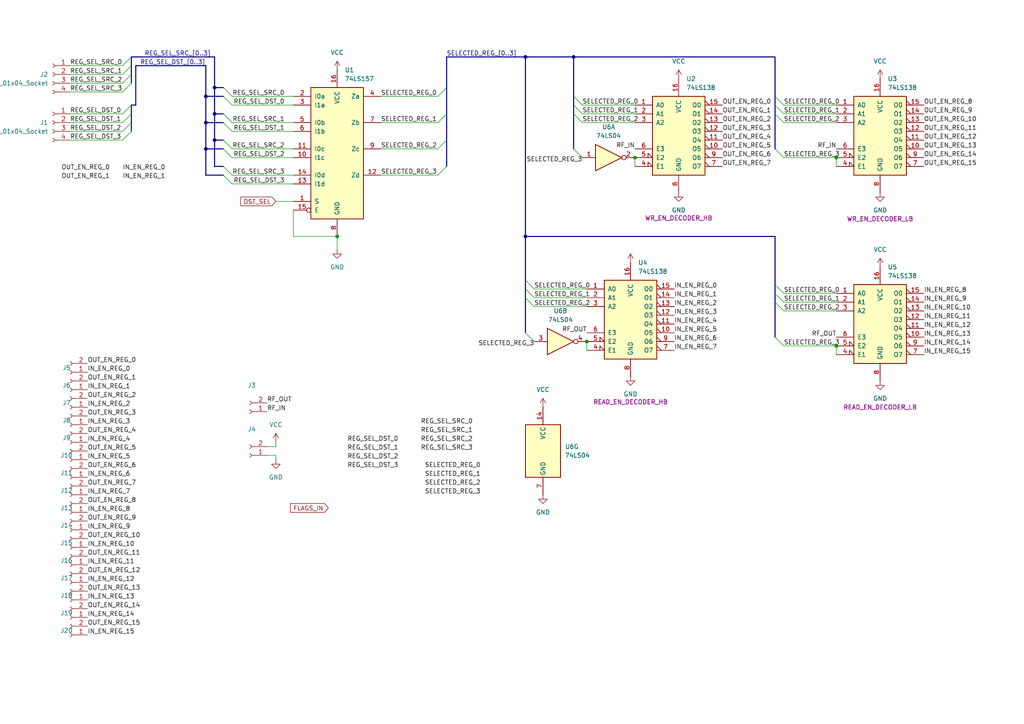
<source format=kicad_sch>
(kicad_sch (version 20231120) (generator "eeschema") (generator_version "8.0")
  (paper "A4")
  (lib_symbols
    (symbol "74xx:74LS04"
      (property "Reference" "U" (at 0 1.27 0))
      (property "Value" "74LS04" (at 0 -1.27 0))
      (symbol "74LS04_1_0"
        (polyline (pts (xy -3.81 3.81) (xy -3.81 -3.81) (xy 3.81 0) (xy -3.81 3.81)) (stroke (width 0.254)) (fill (type background)))
        (pin input line (at -7.62 0 0) (length 3.81) (name "~") (number "1"))
        (pin output inverted (at 7.62 0 180) (length 3.81) (name "~") (number "2"))
      )
      (symbol "74LS04_2_0"
        (polyline (pts (xy -3.81 3.81) (xy -3.81 -3.81) (xy 3.81 0) (xy -3.81 3.81)) (stroke (width 0.254)) (fill (type background)))
        (pin input line (at -7.62 0 0) (length 3.81) (name "~") (number "3"))
        (pin output inverted (at 7.62 0 180) (length 3.81) (name "~") (number "4"))
      )
      (symbol "74LS04_3_0"
        (polyline (pts (xy -3.81 3.81) (xy -3.81 -3.81) (xy 3.81 0) (xy -3.81 3.81)) (stroke (width 0.254)) (fill (type background)))
        (pin input line (at -7.62 0 0) (length 3.81) (name "~") (number "5"))
        (pin output inverted (at 7.62 0 180) (length 3.81) (name "~") (number "6"))
      )
      (symbol "74LS04_4_0"
        (polyline (pts (xy -3.81 3.81) (xy -3.81 -3.81) (xy 3.81 0) (xy -3.81 3.81)) (stroke (width 0.254)) (fill (type background)))
        (pin output inverted (at 7.62 0 180) (length 3.81) (name "~") (number "8"))
        (pin input line (at -7.62 0 0) (length 3.81) (name "~") (number "9"))
      )
      (symbol "74LS04_5_0"
        (polyline (pts (xy -3.81 3.81) (xy -3.81 -3.81) (xy 3.81 0) (xy -3.81 3.81)) (stroke (width 0.254)) (fill (type background)))
        (pin output inverted (at 7.62 0 180) (length 3.81) (name "~") (number "10"))
        (pin input line (at -7.62 0 0) (length 3.81) (name "~") (number "11"))
      )
      (symbol "74LS04_6_0"
        (polyline (pts (xy -3.81 3.81) (xy -3.81 -3.81) (xy 3.81 0) (xy -3.81 3.81)) (stroke (width 0.254)) (fill (type background)))
        (pin output inverted (at 7.62 0 180) (length 3.81) (name "~") (number "12"))
        (pin input line (at -7.62 0 0) (length 3.81) (name "~") (number "13"))
      )
      (symbol "74LS04_7_0"
        (pin power_in line (at 0 12.7 270) (length 5.08) (name "VCC") (number "14"))
        (pin power_in line (at 0 -12.7 90) (length 5.08) (name "GND") (number "7"))
      )
      (symbol "74LS04_7_1"
        (rectangle (start -5.08 7.62) (end 5.08 -7.62) (stroke (width 0.254)) (fill (type background)))
      )
    )
    (symbol "74xx:74LS138" (pin_names (offset 1.016))
      (property "Reference" "U" (at -7.62 11.43 0))
      (property "Value" "74LS138" (at -7.62 -13.97 0))
      (symbol "74LS138_1_0"
        (pin input line (at -12.7 7.62 0) (length 5.08) (name "A0") (number "1"))
        (pin output output_low (at 12.7 -5.08 180) (length 5.08) (name "O5") (number "10"))
        (pin output output_low (at 12.7 -2.54 180) (length 5.08) (name "O4") (number "11"))
        (pin output output_low (at 12.7 0 180) (length 5.08) (name "O3") (number "12"))
        (pin output output_low (at 12.7 2.54 180) (length 5.08) (name "O2") (number "13"))
        (pin output output_low (at 12.7 5.08 180) (length 5.08) (name "O1") (number "14"))
        (pin output output_low (at 12.7 7.62 180) (length 5.08) (name "O0") (number "15"))
        (pin power_in line (at 0 15.24 270) (length 5.08) (name "VCC") (number "16"))
        (pin input line (at -12.7 5.08 0) (length 5.08) (name "A1") (number "2"))
        (pin input line (at -12.7 2.54 0) (length 5.08) (name "A2") (number "3"))
        (pin input input_low (at -12.7 -10.16 0) (length 5.08) (name "E1") (number "4"))
        (pin input input_low (at -12.7 -7.62 0) (length 5.08) (name "E2") (number "5"))
        (pin input line (at -12.7 -5.08 0) (length 5.08) (name "E3") (number "6"))
        (pin output output_low (at 12.7 -10.16 180) (length 5.08) (name "O7") (number "7"))
        (pin power_in line (at 0 -17.78 90) (length 5.08) (name "GND") (number "8"))
        (pin output output_low (at 12.7 -7.62 180) (length 5.08) (name "O6") (number "9"))
      )
      (symbol "74LS138_1_1"
        (rectangle (start -7.62 10.16) (end 7.62 -12.7) (stroke (width 0.254)) (fill (type background)))
      )
    )
    (symbol "74xx:74LS157" (pin_names (offset 1.016))
      (property "Reference" "U" (at -7.62 19.05 0))
      (property "Value" "74LS157" (at -7.62 -21.59 0))
      (symbol "74LS157_1_0"
        (pin input line (at -12.7 -15.24 0) (length 5.08) (name "S") (number "1"))
        (pin input line (at -12.7 -2.54 0) (length 5.08) (name "I1c") (number "10"))
        (pin input line (at -12.7 0 0) (length 5.08) (name "I0c") (number "11"))
        (pin output line (at 12.7 -7.62 180) (length 5.08) (name "Zd") (number "12"))
        (pin input line (at -12.7 -10.16 0) (length 5.08) (name "I1d") (number "13"))
        (pin input line (at -12.7 -7.62 0) (length 5.08) (name "I0d") (number "14"))
        (pin input inverted (at -12.7 -17.78 0) (length 5.08) (name "E") (number "15"))
        (pin power_in line (at 0 22.86 270) (length 5.08) (name "VCC") (number "16"))
        (pin input line (at -12.7 15.24 0) (length 5.08) (name "I0a") (number "2"))
        (pin input line (at -12.7 12.7 0) (length 5.08) (name "I1a") (number "3"))
        (pin output line (at 12.7 15.24 180) (length 5.08) (name "Za") (number "4"))
        (pin input line (at -12.7 7.62 0) (length 5.08) (name "I0b") (number "5"))
        (pin input line (at -12.7 5.08 0) (length 5.08) (name "I1b") (number "6"))
        (pin output line (at 12.7 7.62 180) (length 5.08) (name "Zb") (number "7"))
        (pin power_in line (at 0 -25.4 90) (length 5.08) (name "GND") (number "8"))
        (pin output line (at 12.7 0 180) (length 5.08) (name "Zc") (number "9"))
      )
      (symbol "74LS157_1_1"
        (rectangle (start -7.62 17.78) (end 7.62 -20.32) (stroke (width 0.254)) (fill (type background)))
      )
    )
    (symbol "Connector:Conn_01x02_Socket" (pin_names (offset 1.016) hide)
      (property "Reference" "J" (at 0 2.54 0))
      (property "Value" "Conn_01x02_Socket" (at 0 -5.08 0))
      (symbol "Conn_01x02_Socket_1_1"
        (arc (start 0 -2.032) (mid -0.5058 -2.54) (end 0 -3.048) (stroke (width 0.1524)))
        (polyline (pts (xy -1.27 -2.54) (xy -0.508 -2.54)) (stroke (width 0.1524)))
        (polyline (pts (xy -1.27 0) (xy -0.508 0)) (stroke (width 0.1524)))
        (arc (start 0 0.508) (mid -0.5058 0) (end 0 -0.508) (stroke (width 0.1524)))
        (pin passive line (at -5.08 0 0) (length 3.81) (name "Pin_1") (number "1"))
        (pin passive line (at -5.08 -2.54 0) (length 3.81) (name "Pin_2") (number "2"))
      )
    )
    (symbol "Connector:Conn_01x04_Socket" (pin_names (offset 1.016) hide)
      (property "Reference" "J" (at 0 5.08 0))
      (property "Value" "Conn_01x04_Socket" (at 0 -7.62 0))
      (symbol "Conn_01x04_Socket_1_1"
        (arc (start 0 -4.572) (mid -0.5058 -5.08) (end 0 -5.588) (stroke (width 0.1524)))
        (arc (start 0 -2.032) (mid -0.5058 -2.54) (end 0 -3.048) (stroke (width 0.1524)))
        (polyline (pts (xy -1.27 -5.08) (xy -0.508 -5.08)) (stroke (width 0.1524)))
        (polyline (pts (xy -1.27 -2.54) (xy -0.508 -2.54)) (stroke (width 0.1524)))
        (polyline (pts (xy -1.27 0) (xy -0.508 0)) (stroke (width 0.1524)))
        (polyline (pts (xy -1.27 2.54) (xy -0.508 2.54)) (stroke (width 0.1524)))
        (arc (start 0 0.508) (mid -0.5058 0) (end 0 -0.508) (stroke (width 0.1524)))
        (arc (start 0 3.048) (mid -0.5058 2.54) (end 0 2.032) (stroke (width 0.1524)))
        (pin passive line (at -5.08 2.54 0) (length 3.81) (name "Pin_1") (number "1"))
        (pin passive line (at -5.08 0 0) (length 3.81) (name "Pin_2") (number "2"))
        (pin passive line (at -5.08 -2.54 0) (length 3.81) (name "Pin_3") (number "3"))
        (pin passive line (at -5.08 -5.08 0) (length 3.81) (name "Pin_4") (number "4"))
      )
    )
    (symbol "power:GND" (power) (pin_numbers hide) (pin_names (offset 0) hide)
      (property "Value" "GND" (at 0 -3.81 0))
      (symbol "GND_0_1"
        (polyline (pts (xy 0 0) (xy 0 -1.27) (xy 1.27 -1.27) (xy 0 -2.54) (xy -1.27 -1.27) (xy 0 -1.27)))
      )
      (symbol "GND_1_1"
        (pin power_in line (at 0 0 270) (length 0) (name "~") (number "1"))
      )
    )
    (symbol "power:VCC" (power) (pin_numbers hide) (pin_names (offset 0) hide)
      (property "Value" "VCC" (at 0 3.556 0))
      (symbol "VCC_0_1"
        (polyline (pts (xy -0.762 1.27) (xy 0 2.54)))
        (polyline (pts (xy 0 0) (xy 0 2.54)))
        (polyline (pts (xy 0 2.54) (xy 0.762 1.27)))
      )
      (symbol "VCC_1_1"
        (pin power_in line (at 0 0 90) (length 0) (name "~") (number "1"))
      )
    )
  )
  (junction (at 242.57 100.33))
  (junction (at 62.23 40.64))
  (junction (at 242.57 45.72))
  (junction (at 59.69 35.56))
  (junction (at 59.69 43.18))
  (junction (at 166.37 16.51))
  (junction (at 170.18 99.06))
  (junction (at 152.4 68.58))
  (junction (at 59.69 27.94))
  (junction (at 62.23 33.02))
  (junction (at 97.79 68.58))
  (junction (at 184.15 45.72))
  (junction (at 62.23 25.4))
  (junction (at 152.4 16.51))
  (bus_entry (at 35.56 19.05) (size 2.54 -2.54))
  (bus_entry (at 67.31 50.8) (size -2.54 -2.54))
  (bus_entry (at 152.4 81.28) (size 2.54 2.54))
  (bus_entry (at 166.37 43.18) (size 2.54 2.54))
  (bus_entry (at 67.31 53.34) (size -2.54 -2.54))
  (bus_entry (at 224.79 30.48) (size 2.54 2.54))
  (bus_entry (at 224.79 33.02) (size 2.54 2.54))
  (bus_entry (at 35.56 26.67) (size 2.54 -2.54))
  (bus_entry (at 35.56 40.64) (size 2.54 -2.54))
  (bus_entry (at 224.79 87.63) (size 2.54 2.54))
  (bus_entry (at 35.56 21.59) (size 2.54 -2.54))
  (bus_entry (at 152.4 83.82) (size 2.54 2.54))
  (bus_entry (at 35.56 24.13) (size 2.54 -2.54))
  (bus_entry (at 127 35.56) (size 2.54 -2.54))
  (bus_entry (at 67.31 35.56) (size -2.54 -2.54))
  (bus_entry (at 35.56 35.56) (size 2.54 -2.54))
  (bus_entry (at 224.79 85.09) (size 2.54 2.54))
  (bus_entry (at 67.31 43.18) (size -2.54 -2.54))
  (bus_entry (at 224.79 27.94) (size 2.54 2.54))
  (bus_entry (at 127 27.94) (size 2.54 -2.54))
  (bus_entry (at 166.37 33.02) (size 2.54 2.54))
  (bus_entry (at 152.4 86.36) (size 2.54 2.54))
  (bus_entry (at 67.31 27.94) (size -2.54 -2.54))
  (bus_entry (at 35.56 38.1) (size 2.54 -2.54))
  (bus_entry (at 166.37 30.48) (size 2.54 2.54))
  (bus_entry (at 152.4 96.52) (size 2.54 2.54))
  (bus_entry (at 224.79 97.79) (size 2.54 2.54))
  (bus_entry (at 35.56 33.02) (size 2.54 -2.54))
  (bus_entry (at 224.79 43.18) (size 2.54 2.54))
  (bus_entry (at 166.37 27.94) (size 2.54 2.54))
  (bus_entry (at 224.79 82.55) (size 2.54 2.54))
  (bus_entry (at 67.31 38.1) (size -2.54 -2.54))
  (bus_entry (at 127 43.18) (size 2.54 -2.54))
  (bus_entry (at 67.31 45.72) (size -2.54 -2.54))
  (bus_entry (at 67.31 30.48) (size -2.54 -2.54))
  (bus_entry (at 127 50.8) (size 2.54 -2.54))
  (bus (pts (xy 38.1 19.05) (xy 38.1 16.51)))
  (wire (pts (xy 77.47 132.08) (xy 80.01 132.08)))
  (bus (pts (xy 152.4 81.28) (xy 152.4 83.82)))
  (wire (pts (xy 67.31 30.48) (xy 85.09 30.48)))
  (wire (pts (xy 20.32 26.67) (xy 35.56 26.67)))
  (bus (pts (xy 59.69 43.18) (xy 59.69 50.8)))
  (wire (pts (xy 77.47 129.54) (xy 80.01 129.54)))
  (wire (pts (xy 67.31 38.1) (xy 85.09 38.1)))
  (wire (pts (xy 20.32 21.59) (xy 35.56 21.59)))
  (wire (pts (xy 20.32 33.02) (xy 35.56 33.02)))
  (bus (pts (xy 62.23 48.26) (xy 64.77 48.26)))
  (bus (pts (xy 38.1 33.02) (xy 38.1 35.56)))
  (wire (pts (xy 67.31 27.94) (xy 85.09 27.94)))
  (wire (pts (xy 170.18 99.06) (xy 170.18 101.6)))
  (bus (pts (xy 39.37 19.05) (xy 59.69 19.05)))
  (wire (pts (xy 20.32 24.13) (xy 35.56 24.13)))
  (wire (pts (xy 67.31 45.72) (xy 85.09 45.72)))
  (bus (pts (xy 152.4 83.82) (xy 152.4 86.36)))
  (bus (pts (xy 152.4 68.58) (xy 152.4 81.28)))
  (bus (pts (xy 62.23 25.4) (xy 64.77 25.4)))
  (bus (pts (xy 224.79 33.02) (xy 224.79 43.18)))
  (bus (pts (xy 166.37 27.94) (xy 166.37 30.48)))
  (wire (pts (xy 80.01 132.08) (xy 80.01 133.35)))
  (wire (pts (xy 67.31 50.8) (xy 85.09 50.8)))
  (wire (pts (xy 227.33 30.48) (xy 242.57 30.48)))
  (bus (pts (xy 129.54 16.51) (xy 152.4 16.51)))
  (bus (pts (xy 129.54 33.02) (xy 129.54 25.4)))
  (bus (pts (xy 59.69 27.94) (xy 59.69 35.56)))
  (bus (pts (xy 224.79 87.63) (xy 224.79 97.79)))
  (bus (pts (xy 38.1 35.56) (xy 38.1 38.1)))
  (wire (pts (xy 110.49 43.18) (xy 127 43.18)))
  (wire (pts (xy 227.33 33.02) (xy 242.57 33.02)))
  (wire (pts (xy 227.33 85.09) (xy 242.57 85.09)))
  (wire (pts (xy 227.33 90.17) (xy 242.57 90.17)))
  (bus (pts (xy 62.23 16.51) (xy 62.23 25.4)))
  (wire (pts (xy 168.91 30.48) (xy 184.15 30.48)))
  (wire (pts (xy 97.79 68.58) (xy 85.09 68.58)))
  (bus (pts (xy 224.79 68.58) (xy 224.79 82.55)))
  (wire (pts (xy 110.49 35.56) (xy 127 35.56)))
  (wire (pts (xy 85.09 60.96) (xy 85.09 68.58)))
  (bus (pts (xy 38.1 16.51) (xy 62.23 16.51)))
  (bus (pts (xy 152.4 86.36) (xy 152.4 96.52)))
  (bus (pts (xy 152.4 16.51) (xy 166.37 16.51)))
  (bus (pts (xy 166.37 16.51) (xy 224.79 16.51)))
  (wire (pts (xy 80.01 129.54) (xy 80.01 128.27)))
  (bus (pts (xy 38.1 30.48) (xy 38.1 33.02)))
  (wire (pts (xy 20.32 19.05) (xy 35.56 19.05)))
  (bus (pts (xy 129.54 25.4) (xy 129.54 16.51)))
  (wire (pts (xy 20.32 40.64) (xy 35.56 40.64)))
  (bus (pts (xy 129.54 48.26) (xy 129.54 40.64)))
  (wire (pts (xy 154.94 86.36) (xy 170.18 86.36)))
  (bus (pts (xy 38.1 21.59) (xy 38.1 19.05)))
  (wire (pts (xy 67.31 43.18) (xy 85.09 43.18)))
  (bus (pts (xy 224.79 16.51) (xy 224.79 27.94)))
  (wire (pts (xy 80.01 58.42) (xy 85.09 58.42)))
  (wire (pts (xy 97.79 72.39) (xy 97.79 68.58)))
  (wire (pts (xy 227.33 87.63) (xy 242.57 87.63)))
  (wire (pts (xy 20.32 38.1) (xy 35.56 38.1)))
  (bus (pts (xy 152.4 68.58) (xy 224.79 68.58)))
  (bus (pts (xy 224.79 27.94) (xy 224.79 30.48)))
  (bus (pts (xy 59.69 35.56) (xy 59.69 43.18)))
  (bus (pts (xy 224.79 85.09) (xy 224.79 87.63)))
  (wire (pts (xy 110.49 27.94) (xy 127 27.94)))
  (bus (pts (xy 38.1 24.13) (xy 38.1 21.59)))
  (bus (pts (xy 224.79 30.48) (xy 224.79 33.02)))
  (wire (pts (xy 20.32 35.56) (xy 35.56 35.56)))
  (bus (pts (xy 166.37 30.48) (xy 166.37 33.02)))
  (wire (pts (xy 242.57 45.72) (xy 242.57 48.26)))
  (bus (pts (xy 62.23 40.64) (xy 62.23 48.26)))
  (bus (pts (xy 59.69 35.56) (xy 64.77 35.56)))
  (bus (pts (xy 39.37 19.05) (xy 39.37 30.48)))
  (bus (pts (xy 39.37 30.48) (xy 38.1 30.48)))
  (bus (pts (xy 59.69 50.8) (xy 64.77 50.8)))
  (wire (pts (xy 168.91 35.56) (xy 184.15 35.56)))
  (bus (pts (xy 59.69 19.05) (xy 59.69 27.94)))
  (wire (pts (xy 227.33 35.56) (xy 242.57 35.56)))
  (bus (pts (xy 152.4 16.51) (xy 152.4 68.58)))
  (bus (pts (xy 166.37 16.51) (xy 166.37 27.94)))
  (wire (pts (xy 168.91 33.02) (xy 184.15 33.02)))
  (wire (pts (xy 242.57 100.33) (xy 242.57 102.87)))
  (bus (pts (xy 166.37 33.02) (xy 166.37 43.18)))
  (wire (pts (xy 184.15 45.72) (xy 184.15 48.26)))
  (bus (pts (xy 62.23 33.02) (xy 64.77 33.02)))
  (bus (pts (xy 62.23 33.02) (xy 62.23 40.64)))
  (wire (pts (xy 227.33 45.72) (xy 242.57 45.72)))
  (bus (pts (xy 59.69 27.94) (xy 64.77 27.94)))
  (wire (pts (xy 110.49 50.8) (xy 127 50.8)))
  (wire (pts (xy 154.94 88.9) (xy 170.18 88.9)))
  (bus (pts (xy 62.23 25.4) (xy 62.23 33.02)))
  (wire (pts (xy 154.94 83.82) (xy 170.18 83.82)))
  (wire (pts (xy 67.31 53.34) (xy 85.09 53.34)))
  (wire (pts (xy 67.31 35.56) (xy 85.09 35.56)))
  (bus (pts (xy 129.54 40.64) (xy 129.54 33.02)))
  (bus (pts (xy 62.23 40.64) (xy 64.77 40.64)))
  (wire (pts (xy 227.33 100.33) (xy 242.57 100.33)))
  (bus (pts (xy 59.69 43.18) (xy 64.77 43.18)))
  (bus (pts (xy 224.79 82.55) (xy 224.79 85.09)))
  (label "IN_EN_REG_7" (at 195.58 101.6 0))
  (label "REG_SEL_DST_[0..3]" (at 40.64 19.05 0))
  (label "OUT_EN_REG_2" (at 25.4 115.57 0))
  (label "IN_EN_REG_0" (at 195.58 83.82 0))
  (label "OUT_EN_REG_1" (at 17.78 52.07 0))
  (label "REG_SEL_SRC_2" (at 20.32 24.13 0))
  (label "OUT_EN_REG_8" (at 267.97 30.48 0))
  (label "REG_SEL_DST_1" (at 115.57 130.81 180))
  (label "SELECTED_REG_3" (at 227.33 100.33 0))
  (label "REG_SEL_DST_1" (at 20.32 35.56 0))
  (label "REG_SEL_DST_3" (at 115.57 135.89 180))
  (label "OUT_EN_REG_1" (at 209.55 33.02 0))
  (label "IN_EN_REG_6" (at 25.4 138.43 0))
  (label "IN_EN_REG_2" (at 195.58 88.9 0))
  (label "IN_EN_REG_2" (at 25.4 118.11 0))
  (label "OUT_EN_REG_14" (at 25.4 176.53 0))
  (label "OUT_EN_REG_12" (at 267.97 40.64 0))
  (label "SELECTED_REG_1" (at 154.94 86.36 0))
  (label "RF_IN" (at 77.47 119.38 0))
  (label "SELECTED_REG_3" (at 123.19 143.51 0))
  (label "IN_EN_REG_3" (at 195.58 91.44 0))
  (label "OUT_EN_REG_11" (at 267.97 38.1 0))
  (label "OUT_EN_REG_10" (at 267.97 35.56 0))
  (label "RF_OUT" (at 170.18 96.52 180))
  (label "OUT_EN_REG_2" (at 209.55 35.56 0))
  (label "SELECTED_REG_0" (at 227.33 85.09 0))
  (label "REG_SEL_SRC_[0..3]" (at 41.91 16.51 0))
  (label "OUT_EN_REG_3" (at 25.4 120.65 0))
  (label "OUT_EN_REG_11" (at 25.4 161.29 0))
  (label "OUT_EN_REG_10" (at 25.4 156.21 0))
  (label "OUT_EN_REG_15" (at 25.4 181.61 0))
  (label "SELECTED_REG_2" (at 227.33 35.56 0))
  (label "OUT_EN_REG_9" (at 25.4 151.13 0))
  (label "IN_EN_REG_14" (at 267.97 100.33 0))
  (label "IN_EN_REG_9" (at 25.4 153.67 0))
  (label "IN_EN_REG_3" (at 25.4 123.19 0))
  (label "REG_SEL_SRC_3" (at 137.16 130.81 180))
  (label "SELECTED_REG_2" (at 168.91 35.56 0))
  (label "REG_SEL_SRC_3" (at 20.32 26.67 0))
  (label "RF_IN" (at 242.57 43.18 180))
  (label "OUT_EN_REG_15" (at 267.97 48.26 0))
  (label "REG_SEL_SRC_0" (at 20.32 19.05 0))
  (label "REG_SEL_DST_2" (at 115.57 133.35 180))
  (label "OUT_EN_REG_0" (at 209.55 30.48 0))
  (label "IN_EN_REG_5" (at 195.58 96.52 0))
  (label "IN_EN_REG_0" (at 25.4 107.95 0))
  (label "IN_EN_REG_12" (at 267.97 95.25 0))
  (label "IN_EN_REG_9" (at 267.97 87.63 0))
  (label "OUT_EN_REG_3" (at 209.55 38.1 0))
  (label "SELECTED_REG_0" (at 168.91 30.48 0))
  (label "IN_EN_REG_0" (at 35.56 49.53 0))
  (label "IN_EN_REG_1" (at 195.58 86.36 0))
  (label "SELECTED_REG_1" (at 168.91 33.02 0))
  (label "SELECTED_REG_0" (at 227.33 30.48 0))
  (label "OUT_EN_REG_0" (at 25.4 105.41 0))
  (label "OUT_EN_REG_1" (at 25.4 110.49 0))
  (label "RF_IN" (at 184.15 43.18 180))
  (label "SELECTED_REG_2" (at 227.33 90.17 0))
  (label "REG_SEL_SRC_0" (at 137.16 123.19 180))
  (label "REG_SEL_DST_0" (at 20.32 33.02 0))
  (label "SELECTED_REG_0" (at 123.19 135.89 0))
  (label "REG_SEL_DST_3" (at 20.32 40.64 0))
  (label "SELECTED_REG_3" (at 168.91 45.72 180))
  (label "IN_EN_REG_11" (at 267.97 92.71 0))
  (label "IN_EN_REG_14" (at 25.4 179.07 0))
  (label "SELECTED_REG_2" (at 110.49 43.18 0))
  (label "OUT_EN_REG_5" (at 209.55 43.18 0))
  (label "OUT_EN_REG_5" (at 25.4 130.81 0))
  (label "IN_EN_REG_11" (at 25.4 163.83 0))
  (label "IN_EN_REG_10" (at 25.4 158.75 0))
  (label "REG_SEL_SRC_0" (at 82.55 27.94 180))
  (label "SELECTED_REG_2" (at 154.94 88.9 0))
  (label "SELECTED_REG_1" (at 227.33 33.02 0))
  (label "RF_OUT" (at 242.57 97.79 180))
  (label "OUT_EN_REG_14" (at 267.97 45.72 0))
  (label "REG_SEL_SRC_2" (at 82.55 43.18 180))
  (label "REG_SEL_SRC_3" (at 82.55 50.8 180))
  (label "REG_SEL_SRC_2" (at 137.16 128.27 180))
  (label "IN_EN_REG_4" (at 25.4 128.27 0))
  (label "REG_SEL_DST_0" (at 82.55 30.48 180))
  (label "SELECTED_REG_1" (at 123.19 138.43 0))
  (label "IN_EN_REG_1" (at 25.4 113.03 0))
  (label "IN_EN_REG_5" (at 25.4 133.35 0))
  (label "OUT_EN_REG_7" (at 209.55 48.26 0))
  (label "SELECTED_REG_1" (at 110.49 35.56 0))
  (label "IN_EN_REG_13" (at 25.4 173.99 0))
  (label "REG_SEL_SRC_1" (at 20.32 21.59 0))
  (label "IN_EN_REG_6" (at 195.58 99.06 0))
  (label "REG_SEL_DST_2" (at 82.55 45.72 180))
  (label "IN_EN_REG_12" (at 25.4 168.91 0))
  (label "OUT_EN_REG_6" (at 25.4 135.89 0))
  (label "IN_EN_REG_10" (at 267.97 90.17 0))
  (label "REG_SEL_SRC_1" (at 137.16 125.73 180))
  (label "REG_SEL_DST_0" (at 115.57 128.27 180))
  (label "REG_SEL_DST_3" (at 82.55 53.34 180))
  (label "SELECTED_REG_2" (at 123.19 140.97 0))
  (label "SELECTED_REG_3" (at 227.33 45.72 0))
  (label "IN_EN_REG_8" (at 25.4 148.59 0))
  (label "OUT_EN_REG_12" (at 25.4 166.37 0))
  (label "OUT_EN_REG_7" (at 25.4 140.97 0))
  (label "REG_SEL_SRC_1" (at 82.55 35.56 180))
  (label "IN_EN_REG_1" (at 35.56 52.07 0))
  (label "OUT_EN_REG_13" (at 267.97 43.18 0))
  (label "IN_EN_REG_15" (at 25.4 184.15 0))
  (label "SELECTED_REG_3" (at 110.49 50.8 0))
  (label "IN_EN_REG_4" (at 195.58 93.98 0))
  (label "IN_EN_REG_7" (at 25.4 143.51 0))
  (label "OUT_EN_REG_0" (at 17.78 49.53 0))
  (label "SELECTED_REG_0" (at 110.49 27.94 0))
  (label "OUT_EN_REG_4" (at 209.55 40.64 0))
  (label "OUT_EN_REG_8" (at 25.4 146.05 0))
  (label "SELECTED_REG_1" (at 227.33 87.63 0))
  (label "IN_EN_REG_8" (at 267.97 85.09 0))
  (label "SELECTED_REG_0" (at 154.94 83.82 0))
  (label "SELECTED_REG_[0..3]" (at 129.54 16.51 0))
  (label "REG_SEL_DST_1" (at 82.55 38.1 180))
  (label "RF_OUT" (at 77.47 116.84 0))
  (label "OUT_EN_REG_4" (at 25.4 125.73 0))
  (label "OUT_EN_REG_9" (at 267.97 33.02 0))
  (label "OUT_EN_REG_13" (at 25.4 171.45 0))
  (label "OUT_EN_REG_6" (at 209.55 45.72 0))
  (label "IN_EN_REG_13" (at 267.97 97.79 0))
  (label "REG_SEL_DST_2" (at 20.32 38.1 0))
  (label "IN_EN_REG_15" (at 267.97 102.87 0))
  (label "SELECTED_REG_3" (at 154.94 99.06 180))
  (global_label "FLAGS_IN" (shape input) (at 95.25 147.32 180) (property "Intersheetrefs" "${INTERSHEET_REFS}" (effects (hide yes))))
  (global_label "DST_SEL" (shape input) (at 80.01 58.42 180) (property "Intersheetrefs" "${INTERSHEET_REFS}" (effects (hide yes))))
  (symbol (lib_id "Connector:Conn_01x02_Socket") (at 72.39 119.38 180) (unit 1)
    (property "Reference" "J3" (at 73.025 111.76 0))
    (property "Value" "Conn_01x02_Socket" (effects (hide yes)))
    (property "Footprint" "Connector_JST:JST_XH_S2B-XH-A_1x02_P2.50mm_Horizontal" (effects (hide yes)))
    (property "Description" "Generic connector, single row, 01x02, script generated" (effects (hide yes)))
  )
  (symbol (lib_id "Connector:Conn_01x02_Socket") (at 20.32 107.95 180) (unit 1)
    (property "Reference" "J5" (at 19.304 106.68 0))
    (property "Value" "Conn_01x02_Socket" (effects (hide yes)))
    (property "Footprint" "Connector_JST:JST_XH_S2B-XH-A_1x02_P2.50mm_Horizontal" (effects (hide yes)))
    (property "Description" "Generic connector, single row, 01x02, script generated" (effects (hide yes)))
  )
  (symbol (lib_id "power:GND") (at 255.27 55.88 0) (unit 1)
    (property "Reference" "#PWR05" (effects (hide yes)))
    (property "Value" "GND" (at 255.27 60.96 0))
    (property "Description" "Power symbol creates a global label with name \"GND\" , ground" (effects (hide yes)))
  )
  (symbol (lib_id "power:VCC") (at 182.88 76.2 0) (unit 1)
    (property "Reference" "#PWR07" (effects (hide yes)))
    (property "Value" "VCC" (effects (hide yes)))
    (property "Description" "Power symbol creates a global label with name \"VCC\"" (effects (hide yes)))
  )
  (symbol (lib_id "Connector:Conn_01x02_Socket") (at 20.32 158.75 180) (unit 1)
    (property "Reference" "J15" (at 19.304 157.48 0))
    (property "Value" "Conn_01x02_Socket" (effects (hide yes)))
    (property "Footprint" "Connector_JST:JST_XH_S2B-XH-A_1x02_P2.50mm_Horizontal" (effects (hide yes)))
    (property "Description" "Generic connector, single row, 01x02, script generated" (effects (hide yes)))
  )
  (symbol (lib_id "power:GND") (at 182.88 109.22 0) (unit 1)
    (property "Reference" "#PWR08" (effects (hide yes)))
    (property "Value" "GND" (at 182.88 114.3 0))
    (property "Description" "Power symbol creates a global label with name \"GND\" , ground" (effects (hide yes)))
  )
  (symbol (lib_id "74xx:74LS04") (at 176.53 45.72 0) (unit 1)
    (property "Reference" "U6" (at 176.53 36.83 0))
    (property "Value" "74LS04" (at 176.53 39.37 0))
    (property "Footprint" "Package_DIP:DIP-14_W7.62mm_Socket_LongPads" (effects (hide yes)))
    (property "Datasheet" "http://www.ti.com/lit/gpn/sn74LS04" (effects (hide yes)))
    (property "Description" "Hex Inverter" (effects (hide yes)))
  )
  (symbol (lib_id "power:GND") (at 255.27 110.49 0) (unit 1)
    (property "Reference" "#PWR012" (effects (hide yes)))
    (property "Value" "GND" (at 255.27 115.57 0))
    (property "Description" "Power symbol creates a global label with name \"GND\" , ground" (effects (hide yes)))
  )
  (symbol (lib_id "power:VCC") (at 196.85 22.86 0) (unit 1)
    (property "Reference" "#PWR09" (effects (hide yes)))
    (property "Value" "VCC" (at 196.85 17.78 0))
    (property "Description" "Power symbol creates a global label with name \"VCC\"" (effects (hide yes)))
  )
  (symbol (lib_id "power:GND") (at 157.48 143.51 0) (unit 1)
    (property "Reference" "#PWR014" (effects (hide yes)))
    (property "Value" "GND" (at 157.48 148.59 0))
    (property "Description" "Power symbol creates a global label with name \"GND\" , ground" (effects (hide yes)))
  )
  (symbol (lib_id "power:GND") (at 97.79 72.39 0) (unit 1)
    (property "Reference" "#PWR01" (effects (hide yes)))
    (property "Value" "GND" (at 97.79 77.47 0))
    (property "Description" "Power symbol creates a global label with name \"GND\" , ground" (effects (hide yes)))
  )
  (symbol (lib_id "Connector:Conn_01x02_Socket") (at 20.32 128.27 180) (unit 1)
    (property "Reference" "J9" (at 19.304 127 0))
    (property "Value" "Conn_01x02_Socket" (effects (hide yes)))
    (property "Footprint" "Connector_JST:JST_XH_S2B-XH-A_1x02_P2.50mm_Horizontal" (effects (hide yes)))
    (property "Description" "Generic connector, single row, 01x02, script generated" (effects (hide yes)))
  )
  (symbol (lib_id "Connector:Conn_01x02_Socket") (at 20.32 173.99 180) (unit 1)
    (property "Reference" "J18" (at 19.304 172.72 0))
    (property "Value" "Conn_01x02_Socket" (effects (hide yes)))
    (property "Footprint" "Connector_JST:JST_XH_S2B-XH-A_1x02_P2.50mm_Horizontal" (effects (hide yes)))
    (property "Description" "Generic connector, single row, 01x02, script generated" (effects (hide yes)))
  )
  (symbol (lib_id "74xx:74LS04") (at 157.48 130.81 0) (unit 7)
    (property "Reference" "U6" (at 163.83 129.5399 0) (effects (justify left)))
    (property "Value" "74LS04" (at 163.83 132.0799 0) (effects (justify left)))
    (property "Datasheet" "http://www.ti.com/lit/gpn/sn74LS04" (effects (hide yes)))
    (property "Description" "Hex Inverter" (effects (hide yes)))
  )
  (symbol (lib_id "Connector:Conn_01x02_Socket") (at 20.32 184.15 180) (unit 1)
    (property "Reference" "J20" (at 19.304 182.88 0))
    (property "Value" "Conn_01x02_Socket" (effects (hide yes)))
    (property "Footprint" "Connector_JST:JST_XH_S2B-XH-A_1x02_P2.50mm_Horizontal" (effects (hide yes)))
    (property "Description" "Generic connector, single row, 01x02, script generated" (effects (hide yes)))
  )
  (symbol (lib_id "74xx:74LS138") (at 255.27 38.1 0) (unit 1)
    (property "Reference" "U3" (at 257.4641 22.86 0) (effects (justify left)))
    (property "Value" "74LS138" (at 257.4641 25.4 0) (effects (justify left)))
    (property "Footprint" "Package_DIP:DIP-16_W7.62mm_Socket_LongPads" (effects (hide yes)))
    (property "Datasheet" "http://www.ti.com/lit/gpn/sn74LS138" (effects (hide yes)))
    (property "Description" "Decoder 3 to 8 active low outputs" (effects (hide yes)))
    (property "Note" "WR_EN_DECODER_LB" (at 255.27 63.5 0))
  )
  (symbol (lib_id "Connector:Conn_01x02_Socket") (at 20.32 113.03 180) (unit 1)
    (property "Reference" "J6" (at 19.304 111.76 0))
    (property "Value" "Conn_01x02_Socket" (effects (hide yes)))
    (property "Footprint" "Connector_JST:JST_XH_S2B-XH-A_1x02_P2.50mm_Horizontal" (effects (hide yes)))
    (property "Description" "Generic connector, single row, 01x02, script generated" (effects (hide yes)))
  )
  (symbol (lib_id "Connector:Conn_01x02_Socket") (at 20.32 133.35 180) (unit 1)
    (property "Reference" "J10" (at 19.304 132.08 0))
    (property "Value" "Conn_01x02_Socket" (effects (hide yes)))
    (property "Footprint" "Connector_JST:JST_XH_S2B-XH-A_1x02_P2.50mm_Horizontal" (effects (hide yes)))
    (property "Description" "Generic connector, single row, 01x02, script generated" (effects (hide yes)))
  )
  (symbol (lib_id "power:VCC") (at 97.79 20.32 0) (unit 1)
    (property "Reference" "#PWR03" (effects (hide yes)))
    (property "Value" "VCC" (at 97.79 15.24 0))
    (property "Description" "Power symbol creates a global label with name \"VCC\"" (effects (hide yes)))
  )
  (symbol (lib_id "power:VCC") (at 157.48 118.11 0) (unit 1)
    (property "Reference" "#PWR013" (effects (hide yes)))
    (property "Value" "VCC" (at 157.48 113.03 0))
    (property "Description" "Power symbol creates a global label with name \"VCC\"" (effects (hide yes)))
  )
  (symbol (lib_id "Connector:Conn_01x02_Socket") (at 20.32 123.19 180) (unit 1)
    (property "Reference" "J8" (at 19.304 121.92 0))
    (property "Value" "Conn_01x02_Socket" (effects (hide yes)))
    (property "Footprint" "Connector_JST:JST_XH_S2B-XH-A_1x02_P2.50mm_Horizontal" (effects (hide yes)))
    (property "Description" "Generic connector, single row, 01x02, script generated" (effects (hide yes)))
  )
  (symbol (lib_id "power:VCC") (at 255.27 22.86 0) (unit 1)
    (property "Reference" "#PWR010" (effects (hide yes)))
    (property "Value" "VCC" (at 255.27 17.78 0))
    (property "Description" "Power symbol creates a global label with name \"VCC\"" (effects (hide yes)))
  )
  (symbol (lib_id "74xx:74LS138") (at 255.27 92.71 0) (unit 1)
    (property "Reference" "U5" (at 257.4641 77.47 0) (effects (justify left)))
    (property "Value" "74LS138" (at 257.4641 80.01 0) (effects (justify left)))
    (property "Footprint" "Package_DIP:DIP-16_W7.62mm_Socket_LongPads" (effects (hide yes)))
    (property "Datasheet" "http://www.ti.com/lit/gpn/sn74LS138" (effects (hide yes)))
    (property "Description" "Decoder 3 to 8 active low outputs" (effects (hide yes)))
    (property "Note" "READ_EN_DECODER_LB" (at 255.27 118.11 0))
  )
  (symbol (lib_id "Connector:Conn_01x02_Socket") (at 20.32 179.07 180) (unit 1)
    (property "Reference" "J19" (at 19.304 177.8 0))
    (property "Value" "Conn_01x02_Socket" (effects (hide yes)))
    (property "Footprint" "Connector_JST:JST_XH_S2B-XH-A_1x02_P2.50mm_Horizontal" (effects (hide yes)))
    (property "Description" "Generic connector, single row, 01x02, script generated" (effects (hide yes)))
  )
  (symbol (lib_id "74xx:74LS138") (at 182.88 91.44 0) (unit 1)
    (property "Reference" "U4" (at 185.0741 76.2 0) (effects (justify left)))
    (property "Value" "74LS138" (at 185.0741 78.74 0) (effects (justify left)))
    (property "Footprint" "Package_DIP:DIP-16_W7.62mm_Socket_LongPads" (effects (hide yes)))
    (property "Datasheet" "http://www.ti.com/lit/gpn/sn74LS138" (effects (hide yes)))
    (property "Description" "Decoder 3 to 8 active low outputs" (effects (hide yes)))
    (property "Note" "READ_EN_DECODER_HB" (at 182.88 116.586 0))
  )
  (symbol (lib_id "Connector:Conn_01x02_Socket") (at 20.32 143.51 180) (unit 1)
    (property "Reference" "J12" (at 19.304 142.24 0))
    (property "Value" "Conn_01x02_Socket" (effects (hide yes)))
    (property "Footprint" "Connector_JST:JST_XH_S2B-XH-A_1x02_P2.50mm_Horizontal" (effects (hide yes)))
    (property "Description" "Generic connector, single row, 01x02, script generated" (effects (hide yes)))
  )
  (symbol (lib_id "74xx:74LS04") (at 162.56 99.06 0) (unit 2)
    (property "Reference" "U6" (at 162.56 90.17 0))
    (property "Value" "74LS04" (at 162.56 92.71 0))
    (property "Footprint" "Package_DIP:DIP-14_W7.62mm_Socket_LongPads" (effects (hide yes)))
    (property "Datasheet" "http://www.ti.com/lit/gpn/sn74LS04" (effects (hide yes)))
    (property "Description" "Hex Inverter" (effects (hide yes)))
  )
  (symbol (lib_id "Connector:Conn_01x02_Socket") (at 72.39 132.08 180) (unit 1)
    (property "Reference" "J4" (at 73.025 124.46 0))
    (property "Value" "Conn_01x02_Socket" (effects (hide yes)))
    (property "Footprint" "Connector_JST:JST_XH_S2B-XH-A_1x02_P2.50mm_Horizontal" (effects (hide yes)))
    (property "Description" "Generic connector, single row, 01x02, script generated" (effects (hide yes)))
  )
  (symbol (lib_id "74xx:74LS138") (at 196.85 38.1 0) (unit 1)
    (property "Reference" "U2" (at 199.0441 22.86 0) (effects (justify left)))
    (property "Value" "74LS138" (at 199.0441 25.4 0) (effects (justify left)))
    (property "Footprint" "Package_DIP:DIP-16_W7.62mm_Socket_LongPads" (effects (hide yes)))
    (property "Datasheet" "http://www.ti.com/lit/gpn/sn74LS138" (effects (hide yes)))
    (property "Description" "Decoder 3 to 8 active low outputs" (effects (hide yes)))
    (property "Note" "WR_EN_DECODER_HB" (at 196.85 63.246 0))
  )
  (symbol (lib_id "Connector:Conn_01x02_Socket") (at 20.32 163.83 180) (unit 1)
    (property "Reference" "J16" (at 19.304 162.56 0))
    (property "Value" "Conn_01x02_Socket" (effects (hide yes)))
    (property "Footprint" "Connector_JST:JST_XH_S2B-XH-A_1x02_P2.50mm_Horizontal" (effects (hide yes)))
    (property "Description" "Generic connector, single row, 01x02, script generated" (effects (hide yes)))
  )
  (symbol (lib_id "Connector:Conn_01x02_Socket") (at 20.32 148.59 180) (unit 1)
    (property "Reference" "J13" (at 19.304 147.32 0))
    (property "Value" "Conn_01x02_Socket" (effects (hide yes)))
    (property "Footprint" "Connector_JST:JST_XH_S2B-XH-A_1x02_P2.50mm_Horizontal" (effects (hide yes)))
    (property "Description" "Generic connector, single row, 01x02, script generated" (effects (hide yes)))
  )
  (symbol (lib_id "Connector:Conn_01x04_Socket") (at 15.24 21.59 0) (mirror y) (unit 1)
    (property "Reference" "J2" (at 13.97 21.5899 0) (effects (justify left)))
    (property "Value" "Conn_01x04_Socket" (at 13.97 24.1299 0) (effects (justify left)))
    (property "Footprint" "Connector_JST:JST_XH_S4B-XH-A_1x04_P2.50mm_Horizontal" (effects (hide yes)))
    (property "Description" "Generic connector, single row, 01x04, script generated" (effects (hide yes)))
  )
  (symbol (lib_id "Connector:Conn_01x04_Socket") (at 15.24 35.56 0) (mirror y) (unit 1)
    (property "Reference" "J1" (at 13.97 35.5599 0) (effects (justify left)))
    (property "Value" "Conn_01x04_Socket" (at 13.97 38.0999 0) (effects (justify left)))
    (property "Footprint" "Connector_JST:JST_XH_S4B-XH-A_1x04_P2.50mm_Horizontal" (effects (hide yes)))
    (property "Description" "Generic connector, single row, 01x04, script generated" (effects (hide yes)))
  )
  (symbol (lib_id "Connector:Conn_01x02_Socket") (at 20.32 153.67 180) (unit 1)
    (property "Reference" "J14" (at 19.304 152.4 0))
    (property "Value" "Conn_01x02_Socket" (effects (hide yes)))
    (property "Footprint" "Connector_JST:JST_XH_S2B-XH-A_1x02_P2.50mm_Horizontal" (effects (hide yes)))
    (property "Description" "Generic connector, single row, 01x02, script generated" (effects (hide yes)))
  )
  (symbol (lib_id "power:GND") (at 196.85 55.88 0) (unit 1)
    (property "Reference" "#PWR06" (effects (hide yes)))
    (property "Value" "GND" (at 196.85 60.96 0))
    (property "Description" "Power symbol creates a global label with name \"GND\" , ground" (effects (hide yes)))
  )
  (symbol (lib_id "74xx:74LS157") (at 97.79 43.18 0) (unit 1)
    (property "Reference" "U1" (at 99.9841 20.32 0) (effects (justify left)))
    (property "Value" "74LS157" (at 99.9841 22.86 0) (effects (justify left)))
    (property "Footprint" "Package_DIP:DIP-16_W7.62mm_Socket_LongPads" (effects (hide yes)))
    (property "Datasheet" "http://www.ti.com/lit/gpn/sn74LS157" (effects (hide yes)))
    (property "Description" "Quad 2 to 1 line Multiplexer" (effects (hide yes)))
  )
  (symbol (lib_id "Connector:Conn_01x02_Socket") (at 20.32 118.11 180) (unit 1)
    (property "Reference" "J7" (at 19.304 116.84 0))
    (property "Value" "Conn_01x02_Socket" (effects (hide yes)))
    (property "Footprint" "Connector_JST:JST_XH_S2B-XH-A_1x02_P2.50mm_Horizontal" (effects (hide yes)))
    (property "Description" "Generic connector, single row, 01x02, script generated" (effects (hide yes)))
  )
  (symbol (lib_id "Connector:Conn_01x02_Socket") (at 20.32 138.43 180) (unit 1)
    (property "Reference" "J11" (at 19.304 137.16 0))
    (property "Value" "Conn_01x02_Socket" (effects (hide yes)))
    (property "Footprint" "Connector_JST:JST_XH_S2B-XH-A_1x02_P2.50mm_Horizontal" (effects (hide yes)))
    (property "Description" "Generic connector, single row, 01x02, script generated" (effects (hide yes)))
  )
  (symbol (lib_id "power:GND") (at 80.01 133.35 0) (unit 1)
    (property "Reference" "#PWR02" (effects (hide yes)))
    (property "Value" "GND" (at 80.01 138.43 0))
    (property "Description" "Power symbol creates a global label with name \"GND\" , ground" (effects (hide yes)))
  )
  (symbol (lib_id "power:VCC") (at 80.01 128.27 0) (unit 1)
    (property "Reference" "#PWR04" (effects (hide yes)))
    (property "Value" "VCC" (at 80.01 123.19 0))
    (property "Description" "Power symbol creates a global label with name \"VCC\"" (effects (hide yes)))
  )
  (symbol (lib_id "power:VCC") (at 255.27 77.47 0) (unit 1)
    (property "Reference" "#PWR011" (effects (hide yes)))
    (property "Value" "VCC" (at 255.27 72.39 0))
    (property "Description" "Power symbol creates a global label with name \"VCC\"" (effects (hide yes)))
  )
  (symbol (lib_id "Connector:Conn_01x02_Socket") (at 20.32 168.91 180) (unit 1)
    (property "Reference" "J17" (at 19.304 167.64 0))
    (property "Value" "Conn_01x02_Socket" (effects (hide yes)))
    (property "Footprint" "Connector_JST:JST_XH_S2B-XH-A_1x02_P2.50mm_Horizontal" (effects (hide yes)))
    (property "Description" "Generic connector, single row, 01x02, script generated" (effects (hide yes)))
  )
)
</source>
